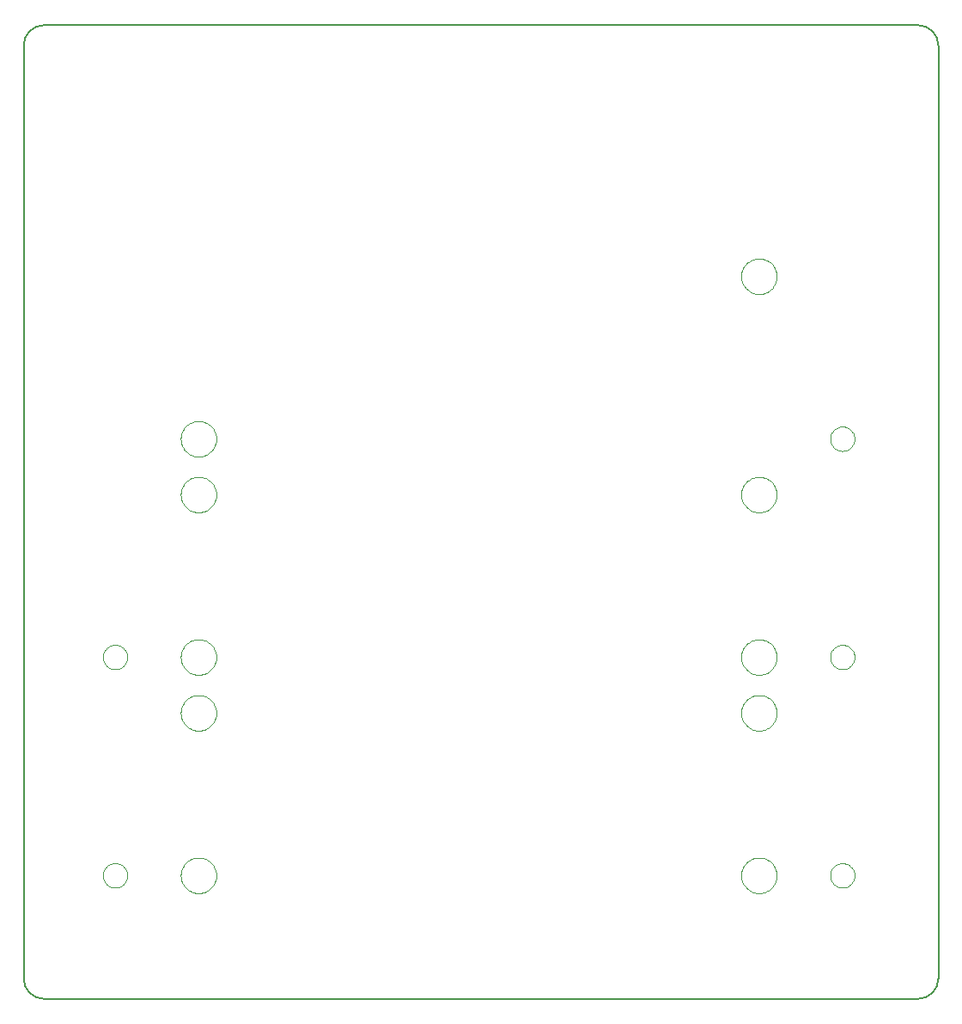
<source format=gbr>
%TF.GenerationSoftware,KiCad,Pcbnew,(6.0.2)*%
%TF.CreationDate,2022-05-05T15:15:48-07:00*%
%TF.ProjectId,Bat_Board_v3.104,4261745f-426f-4617-9264-5f76332e3130,rev?*%
%TF.SameCoordinates,Original*%
%TF.FileFunction,Profile,NP*%
%FSLAX46Y46*%
G04 Gerber Fmt 4.6, Leading zero omitted, Abs format (unit mm)*
G04 Created by KiCad (PCBNEW (6.0.2)) date 2022-05-05 15:15:48*
%MOMM*%
%LPD*%
G01*
G04 APERTURE LIST*
%TA.AperFunction,Profile*%
%ADD10C,0.050000*%
%TD*%
%TA.AperFunction,Profile*%
%ADD11C,0.150000*%
%TD*%
G04 APERTURE END LIST*
D10*
X114218000Y-119112600D02*
X114293600Y-119026500D01*
X113866300Y-136623000D02*
X113844000Y-136510600D01*
X169074000Y-77395000D02*
X169066500Y-77280700D01*
X169393300Y-99743300D02*
X169329600Y-99648000D01*
X115063200Y-113049900D02*
X115173900Y-113020200D01*
X113896000Y-115233700D02*
X113866300Y-115123000D01*
X114954700Y-113086700D02*
X115063200Y-113049900D01*
X172170000Y-78334200D02*
X172094400Y-78420300D01*
X172170000Y-121334200D02*
X172094400Y-121420300D01*
X172013400Y-113447500D02*
X172094400Y-113528500D01*
X108098100Y-113782300D02*
X108169800Y-113843500D01*
X178446600Y-115773200D02*
X178366200Y-115723900D01*
X169393300Y-113705500D02*
X169463000Y-113614600D01*
X114027300Y-135400000D02*
X114084600Y-135300800D01*
X117166400Y-119500800D02*
X117210200Y-119606600D01*
X116496100Y-100210300D02*
X116396900Y-100267600D01*
X116079800Y-116400900D02*
X115969100Y-116430600D01*
X106539400Y-113843500D02*
X106611100Y-113782300D01*
X180081200Y-135638600D02*
X180124000Y-135722600D01*
X180081200Y-114138600D02*
X180124000Y-114222600D01*
X117247000Y-136733700D02*
X117210200Y-136842200D01*
X172094400Y-97526500D02*
X172170000Y-97612600D01*
X117299100Y-135940200D02*
X117314000Y-136053800D01*
X117276700Y-93623000D02*
X117247000Y-93733700D01*
X107213400Y-137418000D02*
X107120300Y-137403300D01*
X169141000Y-77731700D02*
X169111300Y-77621000D01*
X117321500Y-98780700D02*
X117314000Y-98895000D01*
X114646900Y-113238500D02*
X114746100Y-113181200D01*
X169796600Y-134802200D02*
X169891900Y-134738500D01*
X179976500Y-135481900D02*
X180031900Y-135558200D01*
X114293600Y-99920300D02*
X114218000Y-99834200D01*
X115856700Y-94952900D02*
X115743100Y-94967900D01*
X169111300Y-98325800D02*
X169141000Y-98215100D01*
X116994700Y-121243300D02*
X116925000Y-121334200D01*
X170644900Y-100465900D02*
X170531300Y-100450900D01*
X179267700Y-115903300D02*
X179174600Y-115918000D01*
X179700600Y-94223900D02*
X179620200Y-94273200D01*
X116849400Y-94422300D02*
X116768400Y-94503300D01*
X113896000Y-120731700D02*
X113866300Y-120621000D01*
X116994700Y-97703500D02*
X117058400Y-97798800D01*
X114954700Y-116364100D02*
X114848900Y-116320300D01*
X114084600Y-137150000D02*
X114027300Y-137050800D01*
X116994700Y-119203500D02*
X117058400Y-119298800D01*
X180211300Y-136459700D02*
X180189200Y-136551400D01*
X179976500Y-136968900D02*
X179915300Y-137040600D01*
X172544100Y-136510600D02*
X172521700Y-136623000D01*
X116768400Y-118945500D02*
X116849400Y-119026500D01*
X180031900Y-92558200D02*
X180081200Y-92638600D01*
X171433300Y-121862100D02*
X171324800Y-121898900D01*
X172411400Y-98000800D02*
X172455200Y-98106600D01*
X107307500Y-137425400D02*
X107213400Y-137418000D01*
X117314000Y-136397000D02*
X117299100Y-136510600D01*
X114646900Y-100210300D02*
X114551600Y-100146600D01*
X115399900Y-96980900D02*
X115514200Y-96973400D01*
X106687400Y-115723900D02*
X106611100Y-115668500D01*
X116188300Y-116364100D02*
X116079800Y-116400900D01*
X178034900Y-115392600D02*
X177985600Y-115312200D01*
X106176700Y-136459700D02*
X106162000Y-136366500D01*
X169991100Y-137769600D02*
X169891900Y-137712300D01*
X171101700Y-112997900D02*
X171214100Y-113020200D01*
X170988100Y-96980900D02*
X171101700Y-96995800D01*
X169538600Y-115922300D02*
X169463000Y-115836200D01*
X170093900Y-137820300D02*
X169991100Y-137769600D01*
X178707400Y-135069600D02*
X178799100Y-135047600D01*
X169796600Y-75800200D02*
X169891900Y-75736500D01*
X171927300Y-121576900D02*
X171836400Y-121646600D01*
X117115700Y-99548800D02*
X117058400Y-99648000D01*
X115286300Y-91497800D02*
X115399900Y-91482900D01*
X180211300Y-114491100D02*
X180226000Y-114584200D01*
X169463000Y-113614600D02*
X169538600Y-113528500D01*
X117321500Y-120280700D02*
X117314000Y-120395000D01*
X178530600Y-135134800D02*
X178617700Y-135098700D01*
X172411400Y-119500800D02*
X172455200Y-119606600D01*
X116294100Y-118628500D02*
X116396900Y-118679200D01*
X117321500Y-136168100D02*
X117321500Y-136282700D01*
X169705700Y-97369900D02*
X169796600Y-97300200D01*
X117314000Y-114553800D02*
X117321500Y-114668100D01*
X115286300Y-137953000D02*
X115173900Y-137930600D01*
X116294100Y-100318300D02*
X116188300Y-100362100D01*
X169111300Y-76825800D02*
X169141000Y-76715100D01*
X116925000Y-119112600D02*
X116994700Y-119203500D01*
X116768400Y-91947500D02*
X116849400Y-92028500D01*
X178034900Y-92558200D02*
X178090300Y-92481900D01*
X172360700Y-97898000D02*
X172411400Y-98000800D01*
X180233400Y-114678300D02*
X180233400Y-114772500D01*
X169111300Y-119825800D02*
X169141000Y-119715100D01*
X178617700Y-137352100D02*
X178530600Y-137316000D01*
X170418900Y-97018200D02*
X170531300Y-96995800D01*
X113932800Y-120840200D02*
X113896000Y-120731700D01*
X116294100Y-97128500D02*
X116396900Y-97179200D01*
X116188300Y-91586700D02*
X116294100Y-91630500D01*
X107941400Y-135177600D02*
X108021800Y-135226900D01*
X114374600Y-118945500D02*
X114460700Y-118869900D01*
X179620200Y-94273200D02*
X179536200Y-94316000D01*
X116496100Y-113238500D02*
X116591400Y-113302200D01*
X172559000Y-120051800D02*
X172566500Y-120166100D01*
X116768400Y-97445500D02*
X116849400Y-97526500D01*
X169891900Y-75736500D02*
X169991100Y-75679200D01*
X115286300Y-134497900D02*
X115399900Y-134482900D01*
X172013400Y-118945500D02*
X172094400Y-119026500D01*
X169393300Y-76203500D02*
X169463000Y-76112600D01*
X115399900Y-100465900D02*
X115286300Y-100450900D01*
X115286300Y-100450900D02*
X115173900Y-100428600D01*
X108402400Y-115312200D02*
X108353100Y-115392600D01*
X107401700Y-115925400D02*
X107307500Y-115925400D01*
X170418900Y-121928600D02*
X170308200Y-121898900D01*
X171101700Y-134497900D02*
X171214100Y-134520200D01*
X169221600Y-114002800D02*
X169272300Y-113900000D01*
X180211300Y-114959700D02*
X180189200Y-115051400D01*
X172566500Y-114782700D02*
X172559000Y-114897000D01*
X172544100Y-114440200D02*
X172559000Y-114553800D01*
X116591400Y-91802200D02*
X116682300Y-91871900D01*
X114293600Y-113528500D02*
X114374600Y-113447500D01*
X178707400Y-113569600D02*
X178799100Y-113547500D01*
X180226000Y-136084200D02*
X180233400Y-136178300D01*
X117166400Y-120946000D02*
X117115700Y-121048800D01*
X117299100Y-120508600D02*
X117276700Y-120621000D01*
X114027300Y-115550800D02*
X113976600Y-115448000D01*
X172239700Y-137245300D02*
X172170000Y-137336200D01*
X171641900Y-121767600D02*
X171539100Y-121818300D01*
X116682300Y-91871900D02*
X116768400Y-91947500D01*
X177985600Y-136812200D02*
X177942800Y-136728200D01*
X180233400Y-93178300D02*
X180233400Y-93272500D01*
X115856700Y-118495800D02*
X115969100Y-118518200D01*
X114374600Y-121501300D02*
X114293600Y-121420300D01*
X177833400Y-114772500D02*
X177833400Y-114678300D01*
X178707400Y-115881200D02*
X178617700Y-115852100D01*
X108402400Y-135638600D02*
X108445200Y-135722600D01*
X179776900Y-135282300D02*
X179848600Y-135343500D01*
X107495800Y-115918000D02*
X107401700Y-115925400D01*
X116768400Y-121501300D02*
X116682300Y-121576900D01*
X108547200Y-136366500D02*
X108532400Y-136459700D01*
X116396900Y-100267600D02*
X116294100Y-100318300D01*
X108098100Y-115668500D02*
X108021800Y-115723900D01*
X178617700Y-94352100D02*
X178530600Y-94316000D01*
X172455200Y-119606600D02*
X172492000Y-119715100D01*
X178034900Y-114058200D02*
X178090300Y-113981900D01*
X117314000Y-136053800D02*
X117321500Y-136168100D01*
X169619600Y-137503400D02*
X169538600Y-137422300D01*
X170988100Y-121965900D02*
X170873800Y-121973400D01*
X172559000Y-136397000D02*
X172544100Y-136510600D01*
X169619600Y-97445500D02*
X169705700Y-97369900D01*
X171214100Y-78928600D02*
X171101700Y-78950900D01*
X117314000Y-93397000D02*
X117299100Y-93510600D01*
X172094400Y-76026500D02*
X172170000Y-76112600D01*
X106851800Y-113634800D02*
X106938900Y-113598700D01*
X179848600Y-94107300D02*
X179776900Y-94168500D01*
X172492000Y-136733700D02*
X172455200Y-136842200D01*
X170308200Y-97047900D02*
X170418900Y-97018200D01*
X178799100Y-113547500D02*
X178892200Y-113532800D01*
X116188300Y-137864100D02*
X116079800Y-137900900D01*
X116396900Y-121767600D02*
X116294100Y-121818300D01*
X115063200Y-134549900D02*
X115173900Y-134520200D01*
X169111300Y-114327800D02*
X169141000Y-114217100D01*
X114848900Y-97128500D02*
X114954700Y-97084700D01*
X172360700Y-137050800D02*
X172303400Y-137150000D01*
X169111300Y-77621000D02*
X169089000Y-77508600D01*
X115856700Y-137953000D02*
X115743100Y-137967900D01*
X169221600Y-136948000D02*
X169177800Y-136842200D01*
X114084600Y-99648000D02*
X114027300Y-99548800D01*
X117321500Y-114668100D02*
X117321500Y-114782700D01*
X116849400Y-99920300D02*
X116768400Y-100001300D01*
X113866300Y-119825800D02*
X113896000Y-119715100D01*
X172239700Y-115745300D02*
X172170000Y-115836200D01*
X108554600Y-114772500D02*
X108547200Y-114866600D01*
X108236500Y-135410200D02*
X108297700Y-135481900D01*
X114218000Y-135114600D02*
X114293600Y-135028500D01*
X113976600Y-119500800D02*
X114027300Y-119398000D01*
X113896000Y-92717100D02*
X113932800Y-92608600D01*
X170199700Y-118584700D02*
X170308200Y-118547900D01*
X116925000Y-94336200D02*
X116849400Y-94422300D01*
X179620200Y-137273200D02*
X179536200Y-137316000D01*
X116682300Y-134871900D02*
X116768400Y-134947400D01*
X180226000Y-114584200D02*
X180233400Y-114678300D01*
X171433300Y-97084700D02*
X171539100Y-97128500D01*
X179174600Y-92032800D02*
X179267700Y-92047500D01*
X114084600Y-115650000D02*
X114027300Y-115550800D01*
X178986300Y-94425400D02*
X178892200Y-94418000D01*
X108098100Y-137168500D02*
X108021800Y-137223900D01*
X170644900Y-78965900D02*
X170531300Y-78950900D01*
X117210200Y-99340200D02*
X117166400Y-99446000D01*
X177855600Y-135991100D02*
X177877600Y-135899400D01*
X117166400Y-92502800D02*
X117210200Y-92608600D01*
X171741100Y-100210300D02*
X171641900Y-100267600D01*
X114551600Y-118800200D02*
X114646900Y-118736500D01*
X113821500Y-98780700D02*
X113821500Y-98666100D01*
X107857400Y-113634800D02*
X107941400Y-113677600D01*
X171101700Y-116452900D02*
X170988100Y-116467900D01*
X178892200Y-113532800D02*
X178986300Y-113525400D01*
X115173900Y-113020200D02*
X115286300Y-112997900D01*
X117210200Y-115342200D02*
X117166400Y-115448000D01*
X169538600Y-135028500D02*
X169619600Y-134947400D01*
X172455200Y-99340200D02*
X172411400Y-99446000D01*
D11*
X188506100Y-54489100D02*
X188506100Y-146374100D01*
D10*
X172411400Y-77946000D02*
X172360700Y-78048800D01*
X106356100Y-136892600D02*
X106306800Y-136812200D01*
X106938900Y-137352100D02*
X106851800Y-137316000D01*
X172094400Y-115922300D02*
X172013400Y-116003300D01*
X169796600Y-121646600D02*
X169705700Y-121576900D01*
X172094400Y-99920300D02*
X172013400Y-100001300D01*
X113896000Y-136733700D02*
X113866300Y-136623000D01*
X180124000Y-114222600D02*
X180160100Y-114309700D01*
X169463000Y-115836200D02*
X169393300Y-115745300D01*
X180031900Y-93892600D02*
X179976500Y-93968900D01*
X169111300Y-136623000D02*
X169089000Y-136510600D01*
X171214100Y-134520200D02*
X171324800Y-134549900D01*
X117115700Y-94050800D02*
X117058400Y-94150000D01*
X114374600Y-134947400D02*
X114460700Y-134871900D01*
X106227900Y-114309700D02*
X106264000Y-114222600D01*
X115856700Y-91497800D02*
X115969100Y-91520200D01*
X169796600Y-137648600D02*
X169705700Y-137578900D01*
X114293600Y-94422300D02*
X114218000Y-94336200D01*
X115969100Y-121928600D02*
X115856700Y-121950900D01*
X116591400Y-134802200D02*
X116682300Y-134871900D01*
X169066500Y-98666100D02*
X169074000Y-98551800D01*
X172559000Y-98551800D02*
X172566500Y-98666100D01*
X115399900Y-116467900D02*
X115286300Y-116452900D01*
X113844000Y-93510600D02*
X113829000Y-93397000D01*
X172094400Y-137422300D02*
X172013400Y-137503400D01*
X107680600Y-115881200D02*
X107588900Y-115903300D01*
X114746100Y-118679200D02*
X114848900Y-118628500D01*
D11*
X100336100Y-52489100D02*
G75*
G03*
X98336100Y-54489100I-1J-1999999D01*
G01*
D10*
X179536200Y-113634800D02*
X179620200Y-113677600D01*
X169221600Y-135502800D02*
X169272300Y-135400000D01*
X170988100Y-134482900D02*
X171101700Y-134497900D01*
X169089000Y-76938200D02*
X169111300Y-76825800D01*
X177985600Y-135638600D02*
X178034900Y-135558200D01*
X114848900Y-100318300D02*
X114746100Y-100267600D01*
X114084600Y-94150000D02*
X114027300Y-94050800D01*
X170531300Y-100450900D02*
X170418900Y-100428600D01*
X169221600Y-77946000D02*
X169177800Y-77840200D01*
X114084600Y-113800800D02*
X114148300Y-113705500D01*
X178446600Y-94273200D02*
X178366200Y-94223900D01*
X170093900Y-134630500D02*
X170199700Y-134586700D01*
X115286300Y-121950900D02*
X115173900Y-121928600D01*
X178799100Y-135047600D02*
X178892200Y-135032800D01*
X179848600Y-92343500D02*
X179915300Y-92410200D01*
X106198800Y-115051400D02*
X106176700Y-114959700D01*
X178218200Y-135343500D02*
X178289900Y-135282300D01*
X117166400Y-136948000D02*
X117115700Y-137050800D01*
X116079800Y-94900900D02*
X115969100Y-94930600D01*
X117247000Y-120731700D02*
X117210200Y-120840200D01*
X115856700Y-100450900D02*
X115743100Y-100465900D01*
X115514200Y-118473400D02*
X115628800Y-118473400D01*
X170308200Y-75547900D02*
X170418900Y-75518200D01*
X116396900Y-97179200D02*
X116496100Y-97236500D01*
X114954700Y-94864100D02*
X114848900Y-94820300D01*
X115628800Y-96973400D02*
X115743100Y-96980900D01*
X116849400Y-137422300D02*
X116768400Y-137503400D01*
X180233400Y-136178300D02*
X180233400Y-136272600D01*
X172170000Y-99834200D02*
X172094400Y-99920300D01*
X114374600Y-137503400D02*
X114293600Y-137422300D01*
X172492000Y-77731700D02*
X172455200Y-77840200D01*
X178151500Y-113910200D02*
X178218200Y-113843500D01*
X169272300Y-99548800D02*
X169221600Y-99446000D01*
X170759200Y-116475400D02*
X170644900Y-116467900D01*
X113844000Y-92940200D02*
X113866300Y-92827800D01*
X170644900Y-118480900D02*
X170759200Y-118473400D01*
X179700600Y-135226900D02*
X179776900Y-135282300D01*
X170873800Y-78973400D02*
X170759200Y-78973400D01*
X170308200Y-134549900D02*
X170418900Y-134520200D01*
X117321500Y-120166100D02*
X117321500Y-120280700D01*
X117058400Y-119298800D02*
X117115700Y-119398000D01*
X108353100Y-135558200D02*
X108402400Y-135638600D01*
X113896000Y-135717100D02*
X113932800Y-135608600D01*
X117210200Y-92608600D02*
X117247000Y-92717100D01*
X116079800Y-118547900D02*
X116188300Y-118584700D01*
X108297700Y-113981900D02*
X108353100Y-114058200D01*
X178530600Y-92134800D02*
X178617700Y-92098700D01*
X179536200Y-135134800D02*
X179620200Y-135177600D01*
X172559000Y-77051800D02*
X172566500Y-77166100D01*
X170418900Y-118518200D02*
X170531300Y-118495800D01*
X170531300Y-96995800D02*
X170644900Y-96980900D01*
X169066500Y-114782700D02*
X169066500Y-114668100D01*
X115969100Y-118518200D02*
X116079800Y-118547900D01*
X106938900Y-135098700D02*
X107028600Y-135069600D01*
X114746100Y-137769600D02*
X114646900Y-137712300D01*
X172013400Y-116003300D02*
X171927300Y-116078900D01*
X114460700Y-97369900D02*
X114551600Y-97300200D01*
X170644900Y-121965900D02*
X170531300Y-121950900D01*
X177877600Y-93551400D02*
X177855600Y-93459700D01*
X106539400Y-137107300D02*
X106472700Y-137040600D01*
X113976600Y-92502800D02*
X114027300Y-92400000D01*
X169538600Y-137422300D02*
X169463000Y-137336200D01*
X114218000Y-97612600D02*
X114293600Y-97526500D01*
X179848600Y-137107300D02*
X179776900Y-137168500D01*
X170199700Y-116364100D02*
X170093900Y-116320300D01*
X115856700Y-116452900D02*
X115743100Y-116467900D01*
X116079800Y-121898900D02*
X115969100Y-121928600D01*
X116682300Y-116078900D02*
X116591400Y-116148600D01*
X106162000Y-114866600D02*
X106154600Y-114772500D01*
X178218200Y-137107300D02*
X178151500Y-137040600D01*
X117314000Y-98895000D02*
X117299100Y-99008600D01*
X169538600Y-76026500D02*
X169619600Y-75945500D01*
X115514200Y-121973400D02*
X115399900Y-121965900D01*
X107213400Y-135032800D02*
X107307500Y-135025400D01*
X169619600Y-116003300D02*
X169538600Y-115922300D01*
X179976500Y-92481900D02*
X180031900Y-92558200D01*
X107120300Y-135047600D02*
X107213400Y-135032800D01*
X180233400Y-114772500D02*
X180226000Y-114866600D01*
X116496100Y-116212300D02*
X116396900Y-116269600D01*
X179848600Y-113843500D02*
X179915300Y-113910200D01*
X169538600Y-99920300D02*
X169463000Y-99834200D01*
X178446600Y-135177600D02*
X178530600Y-135134800D01*
X169393300Y-115745300D02*
X169329600Y-115650000D01*
X107401700Y-135025400D02*
X107495800Y-135032800D01*
X113844000Y-115010600D02*
X113829000Y-114897000D01*
X113866300Y-93623000D02*
X113844000Y-93510600D01*
X108169800Y-115607300D02*
X108098100Y-115668500D01*
X113976600Y-115448000D02*
X113932800Y-115342200D01*
X114027300Y-119398000D02*
X114084600Y-119298800D01*
X115173900Y-91520200D02*
X115286300Y-91497800D01*
X179359400Y-137381200D02*
X179267700Y-137403300D01*
X117299100Y-92940200D02*
X117314000Y-93053800D01*
X114293600Y-135028500D02*
X114374600Y-134947400D01*
X115743100Y-137967900D02*
X115628800Y-137975400D01*
X171836400Y-137648600D02*
X171741100Y-137712300D01*
X169891900Y-78710300D02*
X169796600Y-78646600D01*
X169991100Y-118679200D02*
X170093900Y-118628500D01*
X170873800Y-137975400D02*
X170759200Y-137975400D01*
X108402400Y-114138600D02*
X108445200Y-114222600D01*
X169272300Y-135400000D02*
X169329600Y-135300800D01*
X178218200Y-94107300D02*
X178151500Y-94040600D01*
X116496100Y-91738500D02*
X116591400Y-91802200D01*
X171539100Y-116320300D02*
X171433300Y-116364100D01*
X117299100Y-136510600D02*
X117276700Y-136623000D01*
X107213400Y-113532800D02*
X107307500Y-113525400D01*
X116849400Y-92028500D02*
X116925000Y-92114600D01*
X170873800Y-121973400D02*
X170759200Y-121973400D01*
X169272300Y-76398000D02*
X169329600Y-76298800D01*
X116849400Y-97526500D02*
X116925000Y-97612600D01*
X171433300Y-116364100D02*
X171324800Y-116400900D01*
X106767800Y-135177600D02*
X106851800Y-135134800D01*
X114460700Y-134871900D02*
X114551600Y-134802200D01*
X178446600Y-92177600D02*
X178530600Y-92134800D01*
X106306800Y-115312200D02*
X106264000Y-115228200D01*
X114027300Y-97898000D02*
X114084600Y-97798800D01*
X114646900Y-118736500D02*
X114746100Y-118679200D01*
X116994700Y-113705500D02*
X117058400Y-113800800D01*
X169141000Y-120731700D02*
X169111300Y-120621000D01*
X172544100Y-77508600D02*
X172521700Y-77621000D01*
X108481300Y-136641100D02*
X108445200Y-136728200D01*
X178151500Y-135410200D02*
X178218200Y-135343500D01*
X115514200Y-134475400D02*
X115628800Y-134475400D01*
X171927300Y-137578900D02*
X171836400Y-137648600D01*
X169111300Y-135827800D02*
X169141000Y-135717100D01*
X116994700Y-135205500D02*
X117058400Y-135300800D01*
X172303400Y-99648000D02*
X172239700Y-99743300D01*
X172303400Y-97798800D02*
X172360700Y-97898000D01*
X114551600Y-113302200D02*
X114646900Y-113238500D01*
X108353100Y-114058200D02*
X108402400Y-114138600D01*
X177942800Y-92722600D02*
X177985600Y-92638600D01*
X179449100Y-137352100D02*
X179359400Y-137381200D01*
X116849400Y-119026500D02*
X116925000Y-119112600D01*
X117247000Y-99231700D02*
X117210200Y-99340200D01*
X116079800Y-137900900D02*
X115969100Y-137930600D01*
X108532400Y-114491100D02*
X108547200Y-114584200D01*
X172559000Y-77395000D02*
X172544100Y-77508600D01*
X113976600Y-98000800D02*
X114027300Y-97898000D01*
X115514200Y-100473400D02*
X115399900Y-100465900D01*
X116496100Y-118736500D02*
X116591400Y-118800200D01*
X179449100Y-94352100D02*
X179359400Y-94381200D01*
X113821500Y-98666100D02*
X113829000Y-98551800D01*
X117166400Y-93948000D02*
X117115700Y-94050800D01*
X171641900Y-113181200D02*
X171741100Y-113238500D01*
X169272300Y-78048800D02*
X169221600Y-77946000D01*
X108510400Y-135899400D02*
X108532400Y-135991100D01*
X169619600Y-118945500D02*
X169705700Y-118869900D01*
X114848900Y-134630500D02*
X114954700Y-134586700D01*
X115743100Y-118480900D02*
X115856700Y-118495800D01*
X179976500Y-93968900D02*
X179915300Y-94040600D01*
X179848600Y-135343500D02*
X179915300Y-135410200D01*
X170644900Y-134482900D02*
X170759200Y-134475400D01*
X169074000Y-136053800D02*
X169089000Y-135940200D01*
X170093900Y-121818300D02*
X169991100Y-121767600D01*
X108021800Y-113726900D02*
X108098100Y-113782300D01*
X116079800Y-97047900D02*
X116188300Y-97084700D01*
X180226000Y-136366500D02*
X180211300Y-136459700D01*
X116079800Y-113049900D02*
X116188300Y-113086700D01*
X115743100Y-134482900D02*
X115856700Y-134497900D01*
X116294100Y-113130500D02*
X116396900Y-113181200D01*
X169272300Y-119398000D02*
X169329600Y-119298800D01*
X172094400Y-119026500D02*
X172170000Y-119112600D01*
X172566500Y-120280700D02*
X172559000Y-120395000D01*
X108297700Y-136968900D02*
X108236500Y-137040600D01*
X114027300Y-94050800D02*
X113976600Y-93948000D01*
X170308200Y-137900900D02*
X170199700Y-137864100D01*
X115173900Y-121928600D02*
X115063200Y-121898900D01*
X114084600Y-119298800D02*
X114148300Y-119203500D01*
X117115700Y-119398000D02*
X117166400Y-119500800D01*
X179174600Y-115918000D02*
X179080500Y-115925400D01*
X114027300Y-137050800D02*
X113976600Y-136948000D01*
X170759200Y-137975400D02*
X170644900Y-137967900D01*
X114460700Y-94578900D02*
X114374600Y-94503300D01*
X117210200Y-98106600D02*
X117247000Y-98215100D01*
X171214100Y-97018200D02*
X171324800Y-97047900D01*
X114374600Y-94503300D02*
X114293600Y-94422300D01*
X117321500Y-114782700D02*
X117314000Y-114897000D01*
X114746100Y-94769600D02*
X114646900Y-94712300D01*
X115399900Y-112982900D02*
X115514200Y-112975400D01*
X172544100Y-135940200D02*
X172559000Y-136053800D01*
X179620200Y-92177600D02*
X179700600Y-92226900D01*
X117058400Y-137150000D02*
X116994700Y-137245300D01*
X113976600Y-93948000D02*
X113932800Y-93842200D01*
X170759200Y-134475400D02*
X170873800Y-134475400D01*
X113896000Y-119715100D02*
X113932800Y-119606600D01*
X172013400Y-134947400D02*
X172094400Y-135028500D01*
X106411500Y-136968900D02*
X106356100Y-136892600D01*
X177855600Y-93459700D02*
X177840800Y-93366600D01*
X115969100Y-113020200D02*
X116079800Y-113049900D01*
X117299100Y-114440200D02*
X117314000Y-114553800D01*
X171324800Y-78898900D02*
X171214100Y-78928600D01*
X170759200Y-100473400D02*
X170644900Y-100465900D01*
X172360700Y-121048800D02*
X172303400Y-121148000D01*
X115628800Y-121973400D02*
X115514200Y-121973400D01*
X177906700Y-93641100D02*
X177877600Y-93551400D01*
X114148300Y-115745300D02*
X114084600Y-115650000D01*
X178530600Y-115816000D02*
X178446600Y-115773200D01*
X170418900Y-100428600D02*
X170308200Y-100398900D01*
X169463000Y-119112600D02*
X169538600Y-119026500D01*
X179359400Y-115881200D02*
X179267700Y-115903300D01*
X106411500Y-113981900D02*
X106472700Y-113910200D01*
X172521700Y-76825800D02*
X172544100Y-76938200D01*
X170759200Y-118473400D02*
X170873800Y-118473400D01*
X172013400Y-100001300D02*
X171927300Y-100076900D01*
X178090300Y-113981900D02*
X178151500Y-113910200D01*
X113829000Y-120051800D02*
X113844000Y-119938200D01*
X117321500Y-93168100D02*
X117321500Y-93282700D01*
X170093900Y-113130500D02*
X170199700Y-113086700D01*
X171741100Y-75736500D02*
X171836400Y-75800200D01*
X108169800Y-113843500D02*
X108236500Y-113910200D01*
X178707400Y-94381200D02*
X178617700Y-94352100D01*
X170988100Y-118480900D02*
X171101700Y-118495800D01*
X171641900Y-100267600D02*
X171539100Y-100318300D01*
X172360700Y-135400000D02*
X172411400Y-135502800D01*
X114218000Y-137336200D02*
X114148300Y-137245300D01*
X113844000Y-119938200D02*
X113866300Y-119825800D01*
X169141000Y-119715100D02*
X169177800Y-119606600D01*
X117276700Y-120621000D02*
X117247000Y-120731700D01*
X116682300Y-118869900D02*
X116768400Y-118945500D01*
X169538600Y-78420300D02*
X169463000Y-78334200D01*
X180160100Y-92809700D02*
X180189200Y-92899400D01*
X180160100Y-135809700D02*
X180189200Y-135899400D01*
X115514200Y-94975400D02*
X115399900Y-94967900D01*
X179359400Y-113569600D02*
X179449100Y-113598700D01*
X172411400Y-136948000D02*
X172360700Y-137050800D01*
X108481300Y-135809700D02*
X108510400Y-135899400D01*
X113866300Y-92827800D02*
X113896000Y-92717100D01*
X169329600Y-137150000D02*
X169272300Y-137050800D01*
X113896000Y-93733700D02*
X113866300Y-93623000D01*
X114646900Y-121710300D02*
X114551600Y-121646600D01*
X172566500Y-114668100D02*
X172566500Y-114782700D01*
X171927300Y-100076900D02*
X171836400Y-100146600D01*
X171741100Y-78710300D02*
X171641900Y-78767600D01*
X171324800Y-100398900D02*
X171214100Y-100428600D01*
X172559000Y-114553800D02*
X172566500Y-114668100D01*
X171101700Y-100450900D02*
X170988100Y-100465900D01*
X114084600Y-121148000D02*
X114027300Y-121048800D01*
X114218000Y-92114600D02*
X114293600Y-92028500D01*
X171433300Y-75584700D02*
X171539100Y-75628500D01*
X180211300Y-92991100D02*
X180226000Y-93084200D01*
X172455200Y-120840200D02*
X172411400Y-120946000D01*
X178289900Y-137168500D02*
X178218200Y-137107300D01*
X171324800Y-137900900D02*
X171214100Y-137930600D01*
X178366200Y-113726900D02*
X178446600Y-113677600D01*
X179267700Y-92047500D02*
X179359400Y-92069600D01*
X108021800Y-135226900D02*
X108098100Y-135282300D01*
X114746100Y-91681200D02*
X114848900Y-91630500D01*
X179449100Y-113598700D02*
X179536200Y-113634800D01*
X169177800Y-120840200D02*
X169141000Y-120731700D01*
X178289900Y-135282300D02*
X178366200Y-135226900D01*
X169066500Y-77280700D02*
X169066500Y-77166100D01*
X169221600Y-115448000D02*
X169177800Y-115342200D01*
X178034900Y-93892600D02*
X177985600Y-93812200D01*
X116396900Y-118679200D02*
X116496100Y-118736500D01*
X169393300Y-137245300D02*
X169329600Y-137150000D01*
X171741100Y-116212300D02*
X171641900Y-116269600D01*
X108445200Y-136728200D02*
X108402400Y-136812200D01*
X172559000Y-98895000D02*
X172544100Y-99008600D01*
X116591400Y-97300200D02*
X116682300Y-97369900D01*
X171641900Y-116269600D02*
X171539100Y-116320300D01*
X115063200Y-100398900D02*
X114954700Y-100362100D01*
X169705700Y-137578900D02*
X169619600Y-137503400D01*
X116188300Y-100362100D02*
X116079800Y-100398900D01*
X171539100Y-118628500D02*
X171641900Y-118679200D01*
X169538600Y-97526500D02*
X169619600Y-97445500D01*
X172492000Y-115233700D02*
X172455200Y-115342200D01*
X169111300Y-99121000D02*
X169089000Y-99008600D01*
X171641900Y-78767600D02*
X171539100Y-78818300D01*
X178986300Y-115925400D02*
X178892200Y-115918000D01*
X115514200Y-112975400D02*
X115628800Y-112975400D01*
X170644900Y-137967900D02*
X170531300Y-137953000D01*
X172411400Y-115448000D02*
X172360700Y-115550800D01*
X113866300Y-135827800D02*
X113896000Y-135717100D01*
X113821500Y-114668100D02*
X113829000Y-114553800D01*
X170093900Y-75628500D02*
X170199700Y-75584700D01*
X170873800Y-75473400D02*
X170988100Y-75480900D01*
X180124000Y-136728200D02*
X180081200Y-136812200D01*
X117276700Y-92827800D02*
X117299100Y-92940200D01*
X169329600Y-121148000D02*
X169272300Y-121048800D01*
X115743100Y-91482900D02*
X115856700Y-91497800D01*
X115063200Y-118547900D02*
X115173900Y-118518200D01*
X171433300Y-134586700D02*
X171539100Y-134630500D01*
X172013400Y-75945500D02*
X172094400Y-76026500D01*
X172170000Y-113614600D02*
X172239700Y-113705500D01*
X169538600Y-113528500D02*
X169619600Y-113447500D01*
X115856700Y-121950900D02*
X115743100Y-121965900D01*
X172521700Y-115123000D02*
X172492000Y-115233700D01*
X117247000Y-135717100D02*
X117276700Y-135827800D01*
X169463000Y-78334200D02*
X169393300Y-78243300D01*
X107028600Y-115881200D02*
X106938900Y-115852100D01*
X113829000Y-136053800D02*
X113844000Y-135940200D01*
X114848900Y-137820300D02*
X114746100Y-137769600D01*
X179536200Y-137316000D02*
X179449100Y-137352100D01*
X106154600Y-136272600D02*
X106154600Y-136178300D01*
X114646900Y-134738500D02*
X114746100Y-134681200D01*
X169329600Y-76298800D02*
X169393300Y-76203500D01*
X178986300Y-137425400D02*
X178892200Y-137418000D01*
X106356100Y-115392600D02*
X106306800Y-115312200D01*
X172360700Y-99548800D02*
X172303400Y-99648000D01*
X177877600Y-115051400D02*
X177855600Y-114959700D01*
X114460700Y-137578900D02*
X114374600Y-137503400D01*
X169796600Y-118800200D02*
X169891900Y-118736500D01*
X169141000Y-76715100D02*
X169177800Y-76606600D01*
X116591400Y-137648600D02*
X116496100Y-137712300D01*
X169705700Y-78576900D02*
X169619600Y-78501300D01*
X117299100Y-119938200D02*
X117314000Y-120051800D01*
X107401700Y-137425400D02*
X107307500Y-137425400D01*
X179915300Y-113910200D02*
X179976500Y-113981900D01*
X180160100Y-136641100D02*
X180124000Y-136728200D01*
X178446600Y-137273200D02*
X178366200Y-137223900D01*
X170759200Y-121973400D02*
X170644900Y-121965900D01*
X180031900Y-115392600D02*
X179976500Y-115468900D01*
X171214100Y-75518200D02*
X171324800Y-75547900D01*
X113844000Y-114440200D02*
X113866300Y-114327800D01*
X106264000Y-115228200D02*
X106227900Y-115141100D01*
X170873800Y-100473400D02*
X170759200Y-100473400D01*
X113866300Y-98325800D02*
X113896000Y-98215100D01*
X172239700Y-121243300D02*
X172170000Y-121334200D01*
X171741100Y-118736500D02*
X171836400Y-118800200D01*
X169074000Y-120395000D02*
X169066500Y-120280700D01*
X116294100Y-94820300D02*
X116188300Y-94864100D01*
X114954700Y-121862100D02*
X114848900Y-121818300D01*
X172303400Y-76298800D02*
X172360700Y-76398000D01*
X171101700Y-96995800D02*
X171214100Y-97018200D01*
X115969100Y-91520200D02*
X116079800Y-91549900D01*
X180226000Y-93366600D02*
X180211300Y-93459700D01*
X114218000Y-99834200D02*
X114148300Y-99743300D01*
X169066500Y-98780700D02*
X169066500Y-98666100D01*
X114148300Y-135205500D02*
X114218000Y-135114600D01*
X178218200Y-113843500D02*
X178289900Y-113782300D01*
X116682300Y-137578900D02*
X116591400Y-137648600D01*
X179620200Y-113677600D02*
X179700600Y-113726900D01*
X171641900Y-118679200D02*
X171741100Y-118736500D01*
X170093900Y-116320300D02*
X169991100Y-116269600D01*
X170418900Y-116430600D02*
X170308200Y-116400900D01*
X170759200Y-112975400D02*
X170873800Y-112975400D01*
X169272300Y-97898000D02*
X169329600Y-97798800D01*
X179776900Y-115668500D02*
X179700600Y-115723900D01*
X171324800Y-134549900D02*
X171433300Y-134586700D01*
X169619600Y-121501300D02*
X169538600Y-121420300D01*
X114551600Y-116148600D02*
X114460700Y-116078900D01*
X172411400Y-99446000D02*
X172360700Y-99548800D01*
X178530600Y-113634800D02*
X178617700Y-113598700D01*
X108169800Y-135343500D02*
X108236500Y-135410200D01*
X114551600Y-91802200D02*
X114646900Y-91738500D01*
X114460700Y-116078900D02*
X114374600Y-116003300D01*
X115173900Y-116430600D02*
X115063200Y-116400900D01*
X178090300Y-135481900D02*
X178151500Y-135410200D01*
X116496100Y-121710300D02*
X116396900Y-121767600D01*
X179536200Y-92134800D02*
X179620200Y-92177600D01*
X171539100Y-97128500D02*
X171641900Y-97179200D01*
X172170000Y-115836200D02*
X172094400Y-115922300D01*
X172360700Y-119398000D02*
X172411400Y-119500800D01*
X171214100Y-137930600D02*
X171101700Y-137953000D01*
X114084600Y-97798800D02*
X114148300Y-97703500D01*
X179620200Y-115773200D02*
X179536200Y-115816000D01*
X113866300Y-115123000D02*
X113844000Y-115010600D01*
X169177800Y-99340200D02*
X169141000Y-99231700D01*
X115628800Y-94975400D02*
X115514200Y-94975400D01*
X171927300Y-118869900D02*
X172013400Y-118945500D01*
X114551600Y-97300200D02*
X114646900Y-97236500D01*
X114848900Y-116320300D02*
X114746100Y-116269600D01*
X106356100Y-114058200D02*
X106411500Y-113981900D01*
X169089000Y-119938200D02*
X169111300Y-119825800D01*
X177855600Y-92991100D02*
X177877600Y-92899400D01*
X169272300Y-113900000D02*
X169329600Y-113800800D01*
X114218000Y-113614600D02*
X114293600Y-113528500D01*
X172566500Y-98780700D02*
X172559000Y-98895000D01*
X106472700Y-115540600D02*
X106411500Y-115468900D01*
X107588900Y-135047600D02*
X107680600Y-135069600D01*
X172239700Y-78243300D02*
X172170000Y-78334200D01*
X116925000Y-97612600D02*
X116994700Y-97703500D01*
X114954700Y-118584700D02*
X115063200Y-118547900D01*
X107680600Y-135069600D02*
X107770300Y-135098700D01*
X179700600Y-92226900D02*
X179776900Y-92282300D01*
X178151500Y-115540600D02*
X178090300Y-115468900D01*
X115399900Y-121965900D02*
X115286300Y-121950900D01*
X116682300Y-100076900D02*
X116591400Y-100146600D01*
X106264000Y-136728200D02*
X106227900Y-136641100D01*
X169074000Y-120051800D02*
X169089000Y-119938200D01*
X114218000Y-121334200D02*
X114148300Y-121243300D01*
X172303400Y-135300800D02*
X172360700Y-135400000D01*
X169891900Y-118736500D02*
X169991100Y-118679200D01*
X116294100Y-91630500D02*
X116396900Y-91681200D01*
X171927300Y-134871900D02*
X172013400Y-134947400D01*
X117276700Y-115123000D02*
X117247000Y-115233700D01*
X170418900Y-137930600D02*
X170308200Y-137900900D01*
X117115700Y-92400000D02*
X117166400Y-92502800D01*
X179449100Y-115852100D02*
X179359400Y-115881200D01*
X171214100Y-116430600D02*
X171101700Y-116452900D01*
X114551600Y-134802200D02*
X114646900Y-134738500D01*
X106611100Y-115668500D02*
X106539400Y-115607300D01*
X107028600Y-135069600D02*
X107120300Y-135047600D01*
X115173900Y-97018200D02*
X115286300Y-96995800D01*
X177840800Y-114866600D02*
X177833400Y-114772500D01*
X172094400Y-113528500D02*
X172170000Y-113614600D01*
X113896000Y-98215100D02*
X113932800Y-98106600D01*
X114218000Y-94336200D02*
X114148300Y-94245300D01*
X169329600Y-119298800D02*
X169393300Y-119203500D01*
X177855600Y-114491100D02*
X177877600Y-114399400D01*
X108236500Y-115540600D02*
X108169800Y-115607300D01*
X169705700Y-121576900D02*
X169619600Y-121501300D01*
X172521700Y-114327800D02*
X172544100Y-114440200D01*
X117166400Y-98000800D02*
X117210200Y-98106600D01*
X169066500Y-77166100D02*
X169074000Y-77051800D01*
X114374600Y-113447500D02*
X114460700Y-113371900D01*
X179174600Y-94418000D02*
X179080500Y-94425400D01*
X106306800Y-114138600D02*
X106356100Y-114058200D01*
X171741100Y-97236500D02*
X171836400Y-97300200D01*
X170531300Y-78950900D02*
X170418900Y-78928600D01*
X177840800Y-136084200D02*
X177855600Y-135991100D01*
X171927300Y-78576900D02*
X171836400Y-78646600D01*
X117314000Y-93053800D02*
X117321500Y-93168100D01*
X117058400Y-97798800D02*
X117115700Y-97898000D01*
X116294100Y-137820300D02*
X116188300Y-137864100D01*
X169141000Y-99231700D02*
X169111300Y-99121000D01*
X180124000Y-135722600D02*
X180160100Y-135809700D01*
X115856700Y-96995800D02*
X115969100Y-97018200D01*
X114293600Y-137422300D02*
X114218000Y-137336200D01*
X108547200Y-114584200D02*
X108554600Y-114678300D01*
X178892200Y-94418000D02*
X178799100Y-94403200D01*
X169329600Y-113800800D02*
X169393300Y-113705500D01*
X170093900Y-97128500D02*
X170199700Y-97084700D01*
X170418900Y-113020200D02*
X170531300Y-112997900D01*
X170644900Y-112982900D02*
X170759200Y-112975400D01*
X169891900Y-116212300D02*
X169796600Y-116148600D01*
X108098100Y-135282300D02*
X108169800Y-135343500D01*
X171324800Y-75547900D02*
X171433300Y-75584700D01*
X179174600Y-113532800D02*
X179267700Y-113547500D01*
X169991100Y-75679200D02*
X170093900Y-75628500D01*
X115173900Y-134520200D02*
X115286300Y-134497900D01*
X172094400Y-78420300D02*
X172013400Y-78501300D01*
X178289900Y-115668500D02*
X178218200Y-115607300D01*
X169796600Y-113302200D02*
X169891900Y-113238500D01*
X116496100Y-137712300D02*
X116396900Y-137769600D01*
X115628800Y-134475400D02*
X115743100Y-134482900D01*
X177877600Y-135899400D02*
X177906700Y-135809700D01*
X170988100Y-78965900D02*
X170873800Y-78973400D01*
X114148300Y-137245300D02*
X114084600Y-137150000D01*
X106687400Y-135226900D02*
X106767800Y-135177600D01*
X178892200Y-137418000D02*
X178799100Y-137403300D01*
X170531300Y-116452900D02*
X170418900Y-116430600D01*
X178707400Y-137381200D02*
X178617700Y-137352100D01*
X169111300Y-115123000D02*
X169089000Y-115010600D01*
X115173900Y-137930600D02*
X115063200Y-137900900D01*
X172303400Y-137150000D02*
X172239700Y-137245300D01*
X172360700Y-78048800D02*
X172303400Y-78148000D01*
X179174600Y-137418000D02*
X179080500Y-137425400D01*
X171324800Y-113049900D02*
X171433300Y-113086700D01*
D11*
X186506100Y-148374100D02*
G75*
G03*
X188506100Y-146374100I1J1999999D01*
G01*
D10*
X177942800Y-136728200D02*
X177906700Y-136641100D01*
X172303400Y-119298800D02*
X172360700Y-119398000D01*
X172492000Y-98215100D02*
X172521700Y-98325800D01*
X172521700Y-99121000D02*
X172492000Y-99231700D01*
X171741100Y-121710300D02*
X171641900Y-121767600D01*
X106264000Y-135722600D02*
X106306800Y-135638600D01*
X177877600Y-136551400D02*
X177855600Y-136459700D01*
X171836400Y-113302200D02*
X171927300Y-113371900D01*
X169074000Y-136397000D02*
X169066500Y-136282700D01*
X171324800Y-121898900D02*
X171214100Y-121928600D01*
X114746100Y-100267600D02*
X114646900Y-100210300D01*
X107120300Y-137403300D02*
X107028600Y-137381200D01*
X180160100Y-115141100D02*
X180124000Y-115228200D01*
X116682300Y-94578900D02*
X116591400Y-94648600D01*
X177840800Y-93366600D02*
X177833400Y-93272500D01*
X115514200Y-96973400D02*
X115628800Y-96973400D01*
X172239700Y-76203500D02*
X172303400Y-76298800D01*
X170988100Y-116467900D02*
X170873800Y-116475400D01*
X180233400Y-136272600D02*
X180226000Y-136366500D01*
X108532400Y-114959700D02*
X108510400Y-115051400D01*
X114551600Y-137648600D02*
X114460700Y-137578900D01*
X179267700Y-113547500D02*
X179359400Y-113569600D01*
X178799100Y-115903300D02*
X178707400Y-115881200D01*
X114646900Y-94712300D02*
X114551600Y-94648600D01*
X116768400Y-100001300D02*
X116682300Y-100076900D01*
X116396900Y-116269600D02*
X116294100Y-116320300D01*
X106472700Y-113910200D02*
X106539400Y-113843500D01*
X170531300Y-118495800D02*
X170644900Y-118480900D01*
X169272300Y-115550800D02*
X169221600Y-115448000D01*
X115063200Y-121898900D02*
X114954700Y-121862100D01*
X179915300Y-137040600D02*
X179848600Y-137107300D01*
X171539100Y-75628500D02*
X171641900Y-75679200D01*
X169705700Y-134871900D02*
X169796600Y-134802200D01*
X178366200Y-94223900D02*
X178289900Y-94168500D01*
X169619600Y-100001300D02*
X169538600Y-99920300D01*
X117247000Y-98215100D02*
X117276700Y-98325800D01*
X178986300Y-92025400D02*
X179080500Y-92025400D01*
X116925000Y-115836200D02*
X116849400Y-115922300D01*
X171641900Y-137769600D02*
X171539100Y-137820300D01*
X107857400Y-115816000D02*
X107770300Y-115852100D01*
X114293600Y-92028500D02*
X114374600Y-91947500D01*
X117058400Y-115650000D02*
X116994700Y-115745300D01*
X172455200Y-114108600D02*
X172492000Y-114217100D01*
X180189200Y-135899400D02*
X180211300Y-135991100D01*
X117314000Y-120395000D02*
X117299100Y-120508600D01*
X178218200Y-115607300D02*
X178151500Y-115540600D01*
X172239700Y-135205500D02*
X172303400Y-135300800D01*
X169796600Y-116148600D02*
X169705700Y-116078900D01*
X107495800Y-113532800D02*
X107588900Y-113547500D01*
X107120300Y-115903300D02*
X107028600Y-115881200D01*
X169074000Y-77051800D02*
X169089000Y-76938200D01*
X106411500Y-135481900D02*
X106472700Y-135410200D01*
X172492000Y-114217100D02*
X172521700Y-114327800D01*
X106176700Y-135991100D02*
X106198800Y-135899400D01*
X170199700Y-100362100D02*
X170093900Y-100318300D01*
X106687400Y-113726900D02*
X106767800Y-113677600D01*
X172303400Y-115650000D02*
X172239700Y-115745300D01*
X179620200Y-135177600D02*
X179700600Y-135226900D01*
X170644900Y-96980900D02*
X170759200Y-96973400D01*
X116925000Y-135114600D02*
X116994700Y-135205500D01*
X114746100Y-134681200D02*
X114848900Y-134630500D01*
X117276700Y-135827800D02*
X117299100Y-135940200D01*
X169329600Y-115650000D02*
X169272300Y-115550800D01*
X171433300Y-78862100D02*
X171324800Y-78898900D01*
X171641900Y-75679200D02*
X171741100Y-75736500D01*
X169891900Y-134738500D02*
X169991100Y-134681200D01*
X178034900Y-135558200D02*
X178090300Y-135481900D01*
X172566500Y-120166100D02*
X172566500Y-120280700D01*
X179976500Y-113981900D02*
X180031900Y-114058200D01*
X113932800Y-135608600D02*
X113976600Y-135502800D01*
X177833400Y-93272500D02*
X177833400Y-93178300D01*
X115399900Y-134482900D02*
X115514200Y-134475400D01*
X117115700Y-97898000D02*
X117166400Y-98000800D01*
X114293600Y-121420300D02*
X114218000Y-121334200D01*
X169463000Y-135114600D02*
X169538600Y-135028500D01*
X169891900Y-113238500D02*
X169991100Y-113181200D01*
X115743100Y-100465900D02*
X115628800Y-100473400D01*
X114218000Y-115836200D02*
X114148300Y-115745300D01*
X114460700Y-113371900D02*
X114551600Y-113302200D01*
X115063200Y-94900900D02*
X114954700Y-94864100D01*
X117210200Y-114108600D02*
X117247000Y-114217100D01*
X117210200Y-93842200D02*
X117166400Y-93948000D01*
X114746100Y-97179200D02*
X114848900Y-97128500D01*
X172566500Y-136282700D02*
X172559000Y-136397000D01*
X179848600Y-115607300D02*
X179776900Y-115668500D01*
X116396900Y-137769600D02*
X116294100Y-137820300D01*
X114293600Y-115922300D02*
X114218000Y-115836200D01*
X117058400Y-113800800D02*
X117115700Y-113900000D01*
X115856700Y-112997900D02*
X115969100Y-113020200D01*
X177942800Y-135722600D02*
X177985600Y-135638600D01*
X169463000Y-99834200D02*
X169393300Y-99743300D01*
X169177800Y-135608600D02*
X169221600Y-135502800D01*
X172492000Y-76715100D02*
X172521700Y-76825800D01*
X177942800Y-93728200D02*
X177906700Y-93641100D01*
X169272300Y-137050800D02*
X169221600Y-136948000D01*
X115399900Y-137967900D02*
X115286300Y-137953000D01*
X171214100Y-100428600D02*
X171101700Y-100450900D01*
X172170000Y-135114600D02*
X172239700Y-135205500D01*
X107028600Y-113569600D02*
X107120300Y-113547500D01*
X169796600Y-78646600D02*
X169705700Y-78576900D01*
X171539100Y-134630500D02*
X171641900Y-134681200D01*
X114460700Y-121576900D02*
X114374600Y-121501300D01*
X171433300Y-137864100D02*
X171324800Y-137900900D01*
X172544100Y-119938200D02*
X172559000Y-120051800D01*
X177833400Y-93178300D02*
X177840800Y-93084200D01*
X180031900Y-135558200D02*
X180081200Y-135638600D01*
X171836400Y-75800200D02*
X171927300Y-75869900D01*
X115063200Y-97047900D02*
X115173900Y-97018200D01*
X106851800Y-115816000D02*
X106767800Y-115773200D01*
X117115700Y-137050800D02*
X117058400Y-137150000D01*
X169891900Y-121710300D02*
X169796600Y-121646600D01*
X169141000Y-136733700D02*
X169111300Y-136623000D01*
X114374600Y-91947500D02*
X114460700Y-91871900D01*
X169177800Y-77840200D02*
X169141000Y-77731700D01*
X170308200Y-78898900D02*
X170199700Y-78862100D01*
X107941400Y-113677600D02*
X108021800Y-113726900D01*
X106611100Y-137168500D02*
X106539400Y-137107300D01*
X177985600Y-115312200D02*
X177942800Y-115228200D01*
X169089000Y-136510600D02*
X169074000Y-136397000D01*
X172170000Y-137336200D02*
X172094400Y-137422300D01*
X114148300Y-92205500D02*
X114218000Y-92114600D01*
X172521700Y-77621000D02*
X172492000Y-77731700D01*
X113821500Y-120166100D02*
X113829000Y-120051800D01*
X169177800Y-98106600D02*
X169221600Y-98000800D01*
X117321500Y-98666100D02*
X117321500Y-98780700D01*
X169177800Y-114108600D02*
X169221600Y-114002800D01*
X169705700Y-116078900D02*
X169619600Y-116003300D01*
X180211300Y-93459700D02*
X180189200Y-93551400D01*
X115514200Y-137975400D02*
X115399900Y-137967900D01*
X169538600Y-121420300D02*
X169463000Y-121334200D01*
X171836400Y-116148600D02*
X171741100Y-116212300D01*
X178289900Y-94168500D02*
X178218200Y-94107300D01*
X170873800Y-134475400D02*
X170988100Y-134482900D01*
X116079800Y-100398900D02*
X115969100Y-100428600D01*
X116849400Y-113528500D02*
X116925000Y-113614600D01*
X179080500Y-137425400D02*
X178986300Y-137425400D01*
X115514200Y-91475400D02*
X115628800Y-91475400D01*
X116496100Y-97236500D02*
X116591400Y-97300200D01*
X106767800Y-113677600D02*
X106851800Y-113634800D01*
X179080500Y-94425400D02*
X178986300Y-94425400D01*
X180189200Y-136551400D02*
X180160100Y-136641100D01*
X116591400Y-113302200D02*
X116682300Y-113371900D01*
X169796600Y-97300200D02*
X169891900Y-97236500D01*
X178799100Y-94403200D02*
X178707400Y-94381200D01*
X106176700Y-114491100D02*
X106198800Y-114399400D01*
X114746100Y-116269600D02*
X114646900Y-116212300D01*
X179359400Y-92069600D02*
X179449100Y-92098700D01*
X108547200Y-114866600D02*
X108532400Y-114959700D01*
X113829000Y-93053800D02*
X113844000Y-92940200D01*
X117276700Y-114327800D02*
X117299100Y-114440200D01*
X113829000Y-136397000D02*
X113821500Y-136282700D01*
X178090300Y-136968900D02*
X178034900Y-136892600D01*
X169619600Y-78501300D02*
X169538600Y-78420300D01*
X114027300Y-113900000D02*
X114084600Y-113800800D01*
X116925000Y-137336200D02*
X116849400Y-137422300D01*
X170531300Y-137953000D02*
X170418900Y-137930600D01*
X170873800Y-112975400D02*
X170988100Y-112982900D01*
X172521700Y-120621000D02*
X172492000Y-120731700D01*
X108402400Y-136812200D02*
X108353100Y-136892600D01*
X179080500Y-113525400D02*
X179174600Y-113532800D01*
X170308200Y-100398900D02*
X170199700Y-100362100D01*
X169991100Y-121767600D02*
X169891900Y-121710300D01*
X170199700Y-134586700D02*
X170308200Y-134549900D01*
X114027300Y-99548800D02*
X113976600Y-99446000D01*
X178151500Y-94040600D02*
X178090300Y-93968900D01*
X114551600Y-121646600D02*
X114460700Y-121576900D01*
X114646900Y-97236500D02*
X114746100Y-97179200D01*
X108445200Y-135722600D02*
X108481300Y-135809700D01*
X113821500Y-136168100D02*
X113829000Y-136053800D01*
X107941400Y-137273200D02*
X107857400Y-137316000D01*
X171927300Y-75869900D02*
X172013400Y-75945500D01*
X170988100Y-137967900D02*
X170873800Y-137975400D01*
X170644900Y-75480900D02*
X170759200Y-75473400D01*
X117247000Y-115233700D02*
X117210200Y-115342200D01*
X179915300Y-115540600D02*
X179848600Y-115607300D01*
X117247000Y-119715100D02*
X117276700Y-119825800D01*
X116925000Y-121334200D02*
X116849400Y-121420300D01*
X172492000Y-120731700D02*
X172455200Y-120840200D01*
X170531300Y-121950900D02*
X170418900Y-121928600D01*
X116496100Y-94712300D02*
X116396900Y-94769600D01*
X116849400Y-121420300D02*
X116768400Y-121501300D01*
X115286300Y-94952900D02*
X115173900Y-94930600D01*
X113932800Y-98106600D02*
X113976600Y-98000800D01*
X180031900Y-136892600D02*
X179976500Y-136968900D01*
X117166400Y-135502800D02*
X117210200Y-135608600D01*
X171741100Y-137712300D02*
X171641900Y-137769600D01*
X177942800Y-114222600D02*
X177985600Y-114138600D01*
X117210200Y-136842200D02*
X117166400Y-136948000D01*
X117115700Y-121048800D02*
X117058400Y-121148000D01*
X116925000Y-113614600D02*
X116994700Y-113705500D01*
X169074000Y-98551800D02*
X169089000Y-98438200D01*
X171927300Y-113371900D02*
X172013400Y-113447500D01*
X180226000Y-114866600D02*
X180211300Y-114959700D01*
X171539100Y-100318300D02*
X171433300Y-100362100D01*
X106611100Y-135282300D02*
X106687400Y-135226900D01*
D11*
X98336100Y-146374100D02*
G75*
G03*
X100336100Y-148374100I1999999J-1D01*
G01*
D10*
X171101700Y-118495800D02*
X171214100Y-118518200D01*
X114848900Y-118628500D02*
X114954700Y-118584700D01*
X108021800Y-137223900D02*
X107941400Y-137273200D01*
X172492000Y-99231700D02*
X172455200Y-99340200D01*
X108554600Y-114678300D02*
X108554600Y-114772500D01*
X169463000Y-97612600D02*
X169538600Y-97526500D01*
X114954700Y-134586700D02*
X115063200Y-134549900D01*
X172360700Y-115550800D02*
X172303400Y-115650000D01*
X171101700Y-78950900D02*
X170988100Y-78965900D01*
X169074000Y-114553800D02*
X169089000Y-114440200D01*
X178617700Y-115852100D02*
X178530600Y-115816000D01*
X180211300Y-135991100D02*
X180226000Y-136084200D01*
X116768400Y-94503300D02*
X116682300Y-94578900D01*
X114954700Y-97084700D02*
X115063200Y-97047900D01*
X117058400Y-94150000D02*
X116994700Y-94245300D01*
X117210200Y-120840200D02*
X117166400Y-120946000D01*
X171214100Y-118518200D02*
X171324800Y-118547900D01*
X177833400Y-136272600D02*
X177833400Y-136178300D01*
X169089000Y-98438200D02*
X169111300Y-98325800D01*
X170308200Y-121898900D02*
X170199700Y-121862100D01*
X116849400Y-115922300D02*
X116768400Y-116003300D01*
X115286300Y-96995800D02*
X115399900Y-96980900D01*
X170199700Y-121862100D02*
X170093900Y-121818300D01*
X169705700Y-75869900D02*
X169796600Y-75800200D01*
X170644900Y-116467900D02*
X170531300Y-116452900D01*
X106938900Y-115852100D02*
X106851800Y-115816000D01*
X116188300Y-94864100D02*
X116079800Y-94900900D01*
X178799100Y-137403300D02*
X178707400Y-137381200D01*
X177985600Y-92638600D02*
X178034900Y-92558200D01*
X115743100Y-94967900D02*
X115628800Y-94975400D01*
X172170000Y-76112600D02*
X172239700Y-76203500D01*
X107941400Y-115773200D02*
X107857400Y-115816000D01*
X117276700Y-98325800D02*
X117299100Y-98438200D01*
X177833400Y-136178300D02*
X177840800Y-136084200D01*
X107495800Y-137418000D02*
X107401700Y-137425400D01*
X172303400Y-121148000D02*
X172239700Y-121243300D01*
X113866300Y-99121000D02*
X113844000Y-99008600D01*
X115743100Y-112982900D02*
X115856700Y-112997900D01*
X116994700Y-137245300D02*
X116925000Y-137336200D01*
X117299100Y-98438200D02*
X117314000Y-98551800D01*
X113932800Y-119606600D02*
X113976600Y-119500800D01*
X180160100Y-114309700D02*
X180189200Y-114399400D01*
X115514200Y-116475400D02*
X115399900Y-116467900D01*
X116682300Y-121576900D02*
X116591400Y-121646600D01*
X172094400Y-135028500D02*
X172170000Y-135114600D01*
X107028600Y-137381200D02*
X106938900Y-137352100D01*
X113932800Y-99340200D02*
X113896000Y-99231700D01*
X178090300Y-115468900D02*
X178034900Y-115392600D01*
X170873800Y-118473400D02*
X170988100Y-118480900D01*
X116294100Y-134630500D02*
X116396900Y-134681200D01*
X171539100Y-137820300D02*
X171433300Y-137864100D01*
X170418900Y-78928600D02*
X170308200Y-78898900D01*
X180081200Y-93812200D02*
X180031900Y-93892600D01*
X106356100Y-135558200D02*
X106411500Y-135481900D01*
X169089000Y-77508600D02*
X169074000Y-77395000D01*
X115743100Y-96980900D02*
X115856700Y-96995800D01*
X169991100Y-134681200D02*
X170093900Y-134630500D01*
X113932800Y-114108600D02*
X113976600Y-114002800D01*
X172455200Y-135608600D02*
X172492000Y-135717100D01*
X169221600Y-120946000D02*
X169177800Y-120840200D01*
X116682300Y-113371900D02*
X116768400Y-113447500D01*
X169141000Y-115233700D02*
X169111300Y-115123000D01*
X179776900Y-94168500D02*
X179700600Y-94223900D01*
X178617700Y-135098700D02*
X178707400Y-135069600D01*
X116188300Y-113086700D02*
X116294100Y-113130500D01*
X106154600Y-114772500D02*
X106154600Y-114678300D01*
X171836400Y-118800200D02*
X171927300Y-118869900D01*
X171836400Y-121646600D02*
X171741100Y-121710300D01*
X117058400Y-99648000D02*
X116994700Y-99743300D01*
X114646900Y-91738500D02*
X114746100Y-91681200D01*
X106154600Y-136178300D02*
X106162000Y-136084200D01*
X177942800Y-115228200D02*
X177906700Y-115141100D01*
X170093900Y-100318300D02*
X169991100Y-100267600D01*
X171741100Y-134738500D02*
X171836400Y-134802200D01*
X170199700Y-78862100D02*
X170093900Y-78818300D01*
X115173900Y-118518200D02*
X115286300Y-118495800D01*
X171641900Y-97179200D02*
X171741100Y-97236500D01*
X179700600Y-113726900D02*
X179776900Y-113782300D01*
X115743100Y-121965900D02*
X115628800Y-121973400D01*
X177877600Y-92899400D02*
X177906700Y-92809700D01*
X117314000Y-114897000D02*
X117299100Y-115010600D01*
X115286300Y-112997900D02*
X115399900Y-112982900D01*
X114646900Y-137712300D02*
X114551600Y-137648600D01*
X107770300Y-115852100D02*
X107680600Y-115881200D01*
X171101700Y-75495900D02*
X171214100Y-75518200D01*
X169221600Y-98000800D02*
X169272300Y-97898000D01*
X171214100Y-121928600D02*
X171101700Y-121950900D01*
X107770300Y-135098700D02*
X107857400Y-135134800D01*
X113896000Y-114217100D02*
X113932800Y-114108600D01*
X177855600Y-114959700D02*
X177840800Y-114866600D01*
X169074000Y-98895000D02*
X169066500Y-98780700D01*
X117247000Y-93733700D02*
X117210200Y-93842200D01*
X106154600Y-114678300D02*
X106162000Y-114584200D01*
X108481300Y-114309700D02*
X108510400Y-114399400D01*
X108510400Y-136551400D02*
X108481300Y-136641100D01*
X170988100Y-75480900D02*
X171101700Y-75495900D01*
X106539400Y-135343500D02*
X106611100Y-135282300D01*
X113976600Y-99446000D02*
X113932800Y-99340200D01*
X172360700Y-113900000D02*
X172411400Y-114002800D01*
X172013400Y-97445500D02*
X172094400Y-97526500D01*
X113844000Y-135940200D02*
X113866300Y-135827800D01*
X169619600Y-75945500D02*
X169705700Y-75869900D01*
X106227900Y-135809700D02*
X106264000Y-135722600D01*
X179976500Y-115468900D02*
X179915300Y-115540600D01*
X172239700Y-97703500D02*
X172303400Y-97798800D01*
X117276700Y-119825800D02*
X117299100Y-119938200D01*
X106851800Y-135134800D02*
X106938900Y-135098700D01*
X170759200Y-78973400D02*
X170644900Y-78965900D01*
X115969100Y-134520200D02*
X116079800Y-134549900D01*
X171324800Y-116400900D02*
X171214100Y-116430600D01*
X116591400Y-116148600D02*
X116496100Y-116212300D01*
X116925000Y-92114600D02*
X116994700Y-92205500D01*
X106162000Y-136366500D02*
X106154600Y-136272600D01*
X169111300Y-120621000D02*
X169089000Y-120508600D01*
X169141000Y-135717100D02*
X169177800Y-135608600D01*
X114848900Y-113130500D02*
X114954700Y-113086700D01*
X107401700Y-113525400D02*
X107495800Y-113532800D01*
X178446600Y-113677600D02*
X178530600Y-113634800D01*
X169329600Y-135300800D02*
X169393300Y-135205500D01*
X113976600Y-135502800D02*
X114027300Y-135400000D01*
X116079800Y-91549900D02*
X116188300Y-91586700D01*
X179449100Y-135098700D02*
X179536200Y-135134800D01*
X115628800Y-137975400D02*
X115514200Y-137975400D01*
X171539100Y-78818300D02*
X171433300Y-78862100D01*
X180124000Y-92722600D02*
X180160100Y-92809700D01*
X169074000Y-114897000D02*
X169066500Y-114782700D01*
X171927300Y-116078900D02*
X171836400Y-116148600D01*
X113932800Y-93842200D02*
X113896000Y-93733700D01*
X108353100Y-136892600D02*
X108297700Y-136968900D01*
X179359400Y-135069600D02*
X179449100Y-135098700D01*
X116994700Y-99743300D02*
X116925000Y-99834200D01*
X108445200Y-114222600D02*
X108481300Y-114309700D01*
X114148300Y-99743300D02*
X114084600Y-99648000D01*
X106162000Y-136084200D02*
X106176700Y-135991100D01*
D11*
X98336100Y-54489100D02*
X98336100Y-146374100D01*
D10*
X114954700Y-137864100D02*
X114848900Y-137820300D01*
X113821500Y-136282700D02*
X113821500Y-136168100D01*
X169221600Y-119500800D02*
X169272300Y-119398000D01*
X172170000Y-97612600D02*
X172239700Y-97703500D01*
X115969100Y-137930600D02*
X115856700Y-137953000D01*
X107120300Y-113547500D02*
X107213400Y-113532800D01*
X178090300Y-92481900D02*
X178151500Y-92410200D01*
X178151500Y-137040600D02*
X178090300Y-136968900D01*
X172239700Y-99743300D02*
X172170000Y-99834200D01*
X113829000Y-114897000D02*
X113821500Y-114782700D01*
X114084600Y-135300800D02*
X114148300Y-135205500D01*
X169796600Y-100146600D02*
X169705700Y-100076900D01*
X171324800Y-118547900D02*
X171433300Y-118584700D01*
X115286300Y-118495800D02*
X115399900Y-118480900D01*
X172013400Y-137503400D02*
X171927300Y-137578900D01*
X114148300Y-94245300D02*
X114084600Y-94150000D01*
X172566500Y-98666100D02*
X172566500Y-98780700D01*
X169463000Y-121334200D02*
X169393300Y-121243300D01*
X108236500Y-137040600D02*
X108169800Y-137107300D01*
X171641900Y-134681200D02*
X171741100Y-134738500D01*
X169705700Y-100076900D02*
X169619600Y-100001300D01*
X169393300Y-78243300D02*
X169329600Y-78148000D01*
X116849400Y-135028500D02*
X116925000Y-135114600D01*
X169066500Y-136282700D02*
X169066500Y-136168100D01*
X180081200Y-115312200D02*
X180031900Y-115392600D01*
X172455200Y-136842200D02*
X172411400Y-136948000D01*
X108532400Y-136459700D02*
X108510400Y-136551400D01*
X172566500Y-77166100D02*
X172566500Y-77280700D01*
X180124000Y-93728200D02*
X180081200Y-93812200D01*
X172566500Y-136168100D02*
X172566500Y-136282700D01*
X106176700Y-114959700D02*
X106162000Y-114866600D01*
X172521700Y-119825800D02*
X172544100Y-119938200D01*
X116396900Y-134681200D02*
X116496100Y-134738500D01*
X172544100Y-76938200D02*
X172559000Y-77051800D01*
X115743100Y-116467900D02*
X115628800Y-116475400D01*
X179449100Y-92098700D02*
X179536200Y-92134800D01*
X116591400Y-118800200D02*
X116682300Y-118869900D01*
X179915300Y-94040600D02*
X179848600Y-94107300D01*
X178892200Y-115918000D02*
X178799100Y-115903300D01*
X169393300Y-135205500D02*
X169463000Y-135114600D01*
X115969100Y-100428600D02*
X115856700Y-100450900D01*
X178366200Y-137223900D02*
X178289900Y-137168500D01*
X172411400Y-120946000D02*
X172360700Y-121048800D01*
X169089000Y-114440200D02*
X169111300Y-114327800D01*
X171836400Y-97300200D02*
X171927300Y-97369900D01*
X115628800Y-116475400D02*
X115514200Y-116475400D01*
X114460700Y-118869900D02*
X114551600Y-118800200D01*
X114954700Y-91586700D02*
X115063200Y-91549900D01*
X178986300Y-113525400D02*
X179080500Y-113525400D01*
X178530600Y-137316000D02*
X178446600Y-137273200D01*
X116496100Y-134738500D02*
X116591400Y-134802200D01*
X113844000Y-98438200D02*
X113866300Y-98325800D01*
X170199700Y-75584700D02*
X170308200Y-75547900D01*
X172455200Y-76606600D02*
X172492000Y-76715100D01*
X169177800Y-115342200D02*
X169141000Y-115233700D01*
X177985600Y-93812200D02*
X177942800Y-93728200D01*
X114746100Y-113181200D02*
X114848900Y-113130500D01*
X117115700Y-135400000D02*
X117166400Y-135502800D01*
X116768400Y-113447500D02*
X116849400Y-113528500D01*
X179174600Y-135032800D02*
X179267700Y-135047600D01*
X180081200Y-92638600D02*
X180124000Y-92722600D01*
X169891900Y-137712300D02*
X169796600Y-137648600D01*
X180081200Y-136812200D02*
X180031900Y-136892600D01*
X114551600Y-100146600D02*
X114460700Y-100076900D01*
X108510400Y-115051400D02*
X108481300Y-115141100D01*
X178366200Y-115723900D02*
X178289900Y-115668500D01*
X172521700Y-136623000D02*
X172492000Y-136733700D01*
X117299100Y-115010600D02*
X117276700Y-115123000D01*
X114148300Y-97703500D02*
X114218000Y-97612600D01*
X179915300Y-135410200D02*
X179976500Y-135481900D01*
X116188300Y-118584700D02*
X116294100Y-118628500D01*
X178289900Y-113782300D02*
X178366200Y-113726900D01*
X179915300Y-92410200D02*
X179976500Y-92481900D01*
X171836400Y-100146600D02*
X171741100Y-100210300D01*
X178707400Y-92069600D02*
X178799100Y-92047500D01*
X113976600Y-136948000D02*
X113932800Y-136842200D01*
X170093900Y-118628500D02*
X170199700Y-118584700D01*
X114374600Y-97445500D02*
X114460700Y-97369900D01*
X172559000Y-114897000D02*
X172544100Y-115010600D01*
X116396900Y-113181200D02*
X116496100Y-113238500D01*
X177906700Y-92809700D02*
X177942800Y-92722600D01*
X171741100Y-113238500D02*
X171836400Y-113302200D01*
X170759200Y-75473400D02*
X170873800Y-75473400D01*
X169619600Y-134947400D02*
X169705700Y-134871900D01*
X106198800Y-136551400D02*
X106176700Y-136459700D01*
X169705700Y-113371900D02*
X169796600Y-113302200D01*
X177906700Y-114309700D02*
X177942800Y-114222600D01*
X180189200Y-93551400D02*
X180160100Y-93641100D01*
X172492000Y-119715100D02*
X172521700Y-119825800D01*
X114293600Y-119026500D02*
X114374600Y-118945500D01*
X169991100Y-78767600D02*
X169891900Y-78710300D01*
X113829000Y-98551800D02*
X113844000Y-98438200D01*
X172544100Y-120508600D02*
X172521700Y-120621000D01*
X117166400Y-99446000D02*
X117115700Y-99548800D01*
X169329600Y-99648000D02*
X169272300Y-99548800D01*
X169221600Y-76500800D02*
X169272300Y-76398000D01*
X179776900Y-113782300D02*
X179848600Y-113843500D01*
X106306800Y-136812200D02*
X106264000Y-136728200D01*
X178986300Y-135025400D02*
X179080500Y-135025400D01*
X172411400Y-76500800D02*
X172455200Y-76606600D01*
X108236500Y-113910200D02*
X108297700Y-113981900D01*
X180233400Y-93272500D02*
X180226000Y-93366600D01*
X172303400Y-113800800D02*
X172360700Y-113900000D01*
X179776900Y-137168500D02*
X179700600Y-137223900D01*
X178892200Y-135032800D02*
X178986300Y-135025400D01*
X170308200Y-113049900D02*
X170418900Y-113020200D01*
X172094400Y-121420300D02*
X172013400Y-121501300D01*
X108021800Y-115723900D02*
X107941400Y-115773200D01*
X106227900Y-136641100D02*
X106198800Y-136551400D01*
X108481300Y-115141100D02*
X108445200Y-115228200D01*
X116396900Y-94769600D02*
X116294100Y-94820300D01*
X106227900Y-115141100D02*
X106198800Y-115051400D01*
X169089000Y-135940200D02*
X169111300Y-135827800D01*
X170093900Y-78818300D02*
X169991100Y-78767600D01*
X117115700Y-115550800D02*
X117058400Y-115650000D01*
X172013400Y-121501300D02*
X171927300Y-121576900D01*
X172544100Y-98438200D02*
X172559000Y-98551800D01*
X117058400Y-121148000D02*
X116994700Y-121243300D01*
X115063200Y-91549900D02*
X115173900Y-91520200D01*
X170988100Y-100465900D02*
X170873800Y-100473400D01*
X117210200Y-135608600D02*
X117247000Y-135717100D01*
X178289900Y-92282300D02*
X178366200Y-92226900D01*
X179700600Y-115723900D02*
X179620200Y-115773200D01*
X172559000Y-136053800D02*
X172566500Y-136168100D01*
X113821500Y-93168100D02*
X113829000Y-93053800D01*
D11*
X188506100Y-54489100D02*
G75*
G03*
X186506100Y-52489100I-1999999J1D01*
G01*
D10*
X114848900Y-121818300D02*
X114746100Y-121767600D01*
X115063200Y-137900900D02*
X114954700Y-137864100D01*
X179536200Y-94316000D02*
X179449100Y-94352100D01*
X178799100Y-92047500D02*
X178892200Y-92032800D01*
X116768400Y-134947400D02*
X116849400Y-135028500D01*
X117276700Y-136623000D02*
X117247000Y-136733700D01*
X179080500Y-135025400D02*
X179174600Y-135032800D01*
X117210200Y-119606600D02*
X117247000Y-119715100D01*
X114848900Y-94820300D02*
X114746100Y-94769600D01*
X114148300Y-121243300D02*
X114084600Y-121148000D01*
X114460700Y-91871900D02*
X114551600Y-91802200D01*
X116994700Y-94245300D02*
X116925000Y-94336200D01*
X114374600Y-116003300D02*
X114293600Y-115922300D01*
X177906700Y-135809700D02*
X177942800Y-135722600D01*
X116188300Y-134586700D02*
X116294100Y-134630500D01*
X114954700Y-100362100D02*
X114848900Y-100318300D01*
X116188300Y-121862100D02*
X116079800Y-121898900D01*
X169329600Y-78148000D02*
X169272300Y-78048800D01*
X115173900Y-94930600D02*
X115063200Y-94900900D01*
X169066500Y-136168100D02*
X169074000Y-136053800D01*
X170308200Y-118547900D02*
X170418900Y-118518200D01*
X113866300Y-114327800D02*
X113896000Y-114217100D01*
X108445200Y-115228200D02*
X108402400Y-115312200D01*
X177840800Y-136366500D02*
X177833400Y-136272600D01*
X107588900Y-137403300D02*
X107495800Y-137418000D01*
X115969100Y-116430600D02*
X115856700Y-116452900D01*
X169272300Y-121048800D02*
X169221600Y-120946000D01*
X113829000Y-93397000D02*
X113821500Y-93282700D01*
X170531300Y-134497900D02*
X170644900Y-134482900D01*
X170531300Y-75495900D02*
X170644900Y-75480900D01*
X106198800Y-135899400D02*
X106227900Y-135809700D01*
X107857400Y-135134800D02*
X107941400Y-135177600D01*
X178090300Y-93968900D02*
X178034900Y-93892600D01*
X106938900Y-113598700D02*
X107028600Y-113569600D01*
X177833400Y-114678300D02*
X177840800Y-114584200D01*
X113821500Y-120280700D02*
X113821500Y-120166100D01*
X115628800Y-100473400D02*
X115514200Y-100473400D01*
X106198800Y-114399400D02*
X106227900Y-114309700D01*
X169141000Y-114217100D02*
X169177800Y-114108600D01*
X169089000Y-115010600D02*
X169074000Y-114897000D01*
X169141000Y-98215100D02*
X169177800Y-98106600D01*
X169177800Y-76606600D02*
X169221600Y-76500800D01*
X171539100Y-121818300D02*
X171433300Y-121862100D01*
X108510400Y-114399400D02*
X108532400Y-114491100D01*
X116591400Y-100146600D02*
X116496100Y-100210300D01*
X114148300Y-119203500D02*
X114218000Y-119112600D01*
X172239700Y-113705500D02*
X172303400Y-113800800D01*
X179536200Y-115816000D02*
X179449100Y-115852100D01*
X114848900Y-91630500D02*
X114954700Y-91586700D01*
X106162000Y-114584200D02*
X106176700Y-114491100D01*
X107495800Y-135032800D02*
X107588900Y-135047600D01*
X106306800Y-135638600D02*
X106356100Y-135558200D01*
X115969100Y-97018200D02*
X116079800Y-97047900D01*
X180124000Y-115228200D02*
X180081200Y-115312200D01*
X113844000Y-99008600D02*
X113829000Y-98895000D01*
X107680600Y-137381200D02*
X107588900Y-137403300D01*
X115856700Y-134497900D02*
X115969100Y-134520200D01*
X106411500Y-115468900D02*
X106356100Y-115392600D01*
X116591400Y-121646600D02*
X116496100Y-121710300D01*
X107770300Y-137352100D02*
X107680600Y-137381200D01*
X170308200Y-116400900D02*
X170199700Y-116364100D01*
X177840800Y-93084200D02*
X177855600Y-92991100D01*
X106767800Y-137273200D02*
X106687400Y-137223900D01*
X113932800Y-92608600D02*
X113976600Y-92502800D01*
X108169800Y-137107300D02*
X108098100Y-137168500D01*
X172455200Y-98106600D02*
X172492000Y-98215100D01*
X169066500Y-120166100D02*
X169074000Y-120051800D01*
X172492000Y-135717100D02*
X172521700Y-135827800D01*
X177855600Y-136459700D02*
X177840800Y-136366500D01*
X179359400Y-94381200D02*
X179267700Y-94403200D01*
X114551600Y-94648600D02*
X114460700Y-94578900D01*
X116994700Y-115745300D02*
X116925000Y-115836200D01*
X117058400Y-135300800D02*
X117115700Y-135400000D01*
X117299100Y-99008600D02*
X117276700Y-99121000D01*
X170418900Y-134520200D02*
X170531300Y-134497900D01*
X169991100Y-113181200D02*
X170093900Y-113130500D01*
X116294100Y-116320300D02*
X116188300Y-116364100D01*
X170199700Y-113086700D02*
X170308200Y-113049900D01*
X171433300Y-100362100D02*
X171324800Y-100398900D01*
X178034900Y-136892600D02*
X177985600Y-136812200D01*
X117321500Y-93282700D02*
X117314000Y-93397000D01*
X178617700Y-113598700D02*
X178707400Y-113569600D01*
X169177800Y-136842200D02*
X169141000Y-136733700D01*
X180031900Y-114058200D02*
X180081200Y-114138600D01*
X169329600Y-97798800D02*
X169393300Y-97703500D01*
X177840800Y-114584200D02*
X177855600Y-114491100D01*
X169891900Y-97236500D02*
X169991100Y-97179200D01*
X179267700Y-94403200D02*
X179174600Y-94418000D01*
X169991100Y-97179200D02*
X170093900Y-97128500D01*
X106539400Y-115607300D02*
X106472700Y-115540600D01*
X171324800Y-97047900D02*
X171433300Y-97084700D01*
X180189200Y-92899400D02*
X180211300Y-92991100D01*
X169089000Y-99008600D02*
X169074000Y-98895000D01*
X113829000Y-114553800D02*
X113844000Y-114440200D01*
X179080500Y-92025400D02*
X179174600Y-92032800D01*
X170988100Y-112982900D02*
X171101700Y-112997900D01*
X169393300Y-119203500D02*
X169463000Y-119112600D01*
X177906700Y-136641100D02*
X177877600Y-136551400D01*
X107307500Y-113525400D02*
X107401700Y-113525400D01*
X170199700Y-97084700D02*
X170308200Y-97047900D01*
X106264000Y-114222600D02*
X106306800Y-114138600D01*
X177877600Y-114399400D02*
X177906700Y-114309700D01*
X169619600Y-113447500D02*
X169705700Y-113371900D01*
X116396900Y-91681200D02*
X116496100Y-91738500D01*
X106611100Y-113782300D02*
X106687400Y-113726900D01*
X115628800Y-112975400D02*
X115743100Y-112982900D01*
X108297700Y-115468900D02*
X108236500Y-115540600D01*
X113896000Y-99231700D02*
X113866300Y-99121000D01*
X172521700Y-98325800D02*
X172544100Y-98438200D01*
X115399900Y-91482900D02*
X115514200Y-91475400D01*
X113976600Y-114002800D02*
X114027300Y-113900000D01*
X108532400Y-135991100D02*
X108547200Y-136084200D01*
X169066500Y-120280700D02*
X169066500Y-120166100D01*
X116768400Y-137503400D02*
X116682300Y-137578900D01*
X169463000Y-137336200D02*
X169393300Y-137245300D01*
X170873800Y-116475400D02*
X170759200Y-116475400D01*
X172559000Y-120395000D02*
X172544100Y-120508600D01*
X113829000Y-98895000D02*
X113821500Y-98780700D01*
X116079800Y-134549900D02*
X116188300Y-134586700D01*
X180226000Y-93084200D02*
X180233400Y-93178300D01*
X169393300Y-121243300D02*
X169329600Y-121148000D01*
X114460700Y-100076900D02*
X114374600Y-100001300D01*
X178151500Y-92410200D02*
X178218200Y-92343500D01*
X115173900Y-100428600D02*
X115063200Y-100398900D01*
X178366200Y-92226900D02*
X178446600Y-92177600D01*
X171539100Y-113130500D02*
X171641900Y-113181200D01*
X169221600Y-99446000D02*
X169177800Y-99340200D01*
X114646900Y-116212300D02*
X114551600Y-116148600D01*
X171101700Y-137953000D02*
X170988100Y-137967900D01*
X107588900Y-113547500D02*
X107680600Y-113569600D01*
X169705700Y-118869900D02*
X169796600Y-118800200D01*
X179776900Y-92282300D02*
X179848600Y-92343500D01*
X116591400Y-94648600D02*
X116496100Y-94712300D01*
X179267700Y-135047600D02*
X179359400Y-135069600D01*
X179080500Y-115925400D02*
X178986300Y-115925400D01*
X172544100Y-99008600D02*
X172521700Y-99121000D01*
X171836400Y-78646600D02*
X171741100Y-78710300D01*
X113844000Y-136510600D02*
X113829000Y-136397000D01*
X116682300Y-97369900D02*
X116768400Y-97445500D01*
X179700600Y-137223900D02*
X179620200Y-137273200D01*
X172303400Y-78148000D02*
X172239700Y-78243300D01*
X169991100Y-100267600D02*
X169891900Y-100210300D01*
X107307500Y-115925400D02*
X107213400Y-115918000D01*
X169538600Y-119026500D02*
X169619600Y-118945500D01*
X113976600Y-120946000D02*
X113932800Y-120840200D01*
X108547200Y-136084200D02*
X108554600Y-136178300D01*
X171433300Y-118584700D02*
X171539100Y-118628500D01*
X114084600Y-92300800D02*
X114148300Y-92205500D01*
X170759200Y-96973400D02*
X170873800Y-96973400D01*
X170418900Y-75518200D02*
X170531300Y-75495900D01*
X169089000Y-120508600D02*
X169074000Y-120395000D01*
X115399900Y-94967900D02*
X115286300Y-94952900D01*
X117115700Y-113900000D02*
X117166400Y-114002800D01*
X172013400Y-78501300D02*
X171927300Y-78576900D01*
X177985600Y-114138600D02*
X178034900Y-114058200D01*
X114746100Y-121767600D02*
X114646900Y-121710300D01*
X106472700Y-137040600D02*
X106411500Y-136968900D01*
X172521700Y-135827800D02*
X172544100Y-135940200D01*
X171433300Y-113086700D02*
X171539100Y-113130500D01*
X117314000Y-98551800D02*
X117321500Y-98666100D01*
X113932800Y-136842200D02*
X113896000Y-136733700D01*
X115969100Y-94930600D02*
X115856700Y-94952900D01*
X106767800Y-115773200D02*
X106687400Y-115723900D01*
X171214100Y-113020200D02*
X171324800Y-113049900D01*
X171101700Y-121950900D02*
X170988100Y-121965900D01*
X169463000Y-76112600D02*
X169538600Y-76026500D01*
X177906700Y-115141100D02*
X177877600Y-115051400D01*
X180189200Y-114399400D02*
X180211300Y-114491100D01*
X108297700Y-135481900D02*
X108353100Y-135558200D01*
X117247000Y-92717100D02*
X117276700Y-92827800D01*
X169891900Y-100210300D02*
X169796600Y-100146600D01*
X117058400Y-92300800D02*
X117115700Y-92400000D01*
X108353100Y-115392600D02*
X108297700Y-115468900D01*
X170531300Y-112997900D02*
X170644900Y-112982900D01*
X107857400Y-137316000D02*
X107770300Y-137352100D01*
X179267700Y-137403300D02*
X179174600Y-137418000D01*
X169177800Y-119606600D02*
X169221600Y-119500800D01*
X113829000Y-120395000D02*
X113821500Y-120280700D01*
X114293600Y-97526500D02*
X114374600Y-97445500D01*
X116925000Y-99834200D02*
X116849400Y-99920300D01*
X172411400Y-114002800D02*
X172455200Y-114108600D01*
X169991100Y-116269600D02*
X169891900Y-116212300D01*
X107213400Y-115918000D02*
X107120300Y-115903300D01*
X108554600Y-136272600D02*
X108547200Y-136366500D01*
X172566500Y-77280700D02*
X172559000Y-77395000D01*
X115063200Y-116400900D02*
X114954700Y-116364100D01*
X116294100Y-121818300D02*
X116188300Y-121862100D01*
X113844000Y-120508600D02*
X113829000Y-120395000D01*
X116994700Y-92205500D02*
X117058400Y-92300800D01*
X114374600Y-100001300D02*
X114293600Y-99920300D01*
X114027300Y-121048800D02*
X113976600Y-120946000D01*
X115399900Y-118480900D02*
X115514200Y-118473400D01*
X170873800Y-96973400D02*
X170988100Y-96980900D01*
X108554600Y-136178300D02*
X108554600Y-136272600D01*
X172170000Y-119112600D02*
X172239700Y-119203500D01*
X178218200Y-92343500D02*
X178289900Y-92282300D01*
X172544100Y-115010600D02*
X172521700Y-115123000D01*
X171927300Y-97369900D02*
X172013400Y-97445500D01*
X115286300Y-116452900D02*
X115173900Y-116430600D01*
X170199700Y-137864100D02*
X170093900Y-137820300D01*
X172455200Y-77840200D02*
X172411400Y-77946000D01*
X178530600Y-94316000D02*
X178446600Y-94273200D01*
X116768400Y-116003300D02*
X116682300Y-116078900D01*
X107307500Y-135025400D02*
X107401700Y-135025400D01*
X169393300Y-97703500D02*
X169463000Y-97612600D01*
X178617700Y-92098700D02*
X178707400Y-92069600D01*
X113821500Y-93282700D02*
X113821500Y-93168100D01*
X117299100Y-93510600D02*
X117276700Y-93623000D01*
X113821500Y-114782700D02*
X113821500Y-114668100D01*
X172455200Y-115342200D02*
X172411400Y-115448000D01*
X107770300Y-113598700D02*
X107857400Y-113634800D01*
X117247000Y-114217100D02*
X117276700Y-114327800D01*
X178892200Y-92032800D02*
X178986300Y-92025400D01*
X117276700Y-99121000D02*
X117247000Y-99231700D01*
X106472700Y-135410200D02*
X106539400Y-135343500D01*
X117314000Y-120051800D02*
X117321500Y-120166100D01*
X180160100Y-93641100D02*
X180124000Y-93728200D01*
X107680600Y-113569600D02*
X107770300Y-113598700D01*
X113932800Y-115342200D02*
X113896000Y-115233700D01*
X171836400Y-134802200D02*
X171927300Y-134871900D01*
X115628800Y-91475400D02*
X115743100Y-91482900D01*
X169066500Y-114668100D02*
X169074000Y-114553800D01*
X116188300Y-97084700D02*
X116294100Y-97128500D01*
X106851800Y-137316000D02*
X106767800Y-137273200D01*
X106687400Y-137223900D02*
X106611100Y-137168500D01*
X114148300Y-113705500D02*
X114218000Y-113614600D01*
X172239700Y-119203500D02*
X172303400Y-119298800D01*
X107588900Y-115903300D02*
X107495800Y-115918000D01*
X172411400Y-135502800D02*
X172455200Y-135608600D01*
D11*
X186506100Y-148374100D02*
X100336100Y-148374100D01*
X186506100Y-52489100D02*
X100336100Y-52489100D01*
D10*
X114027300Y-92400000D02*
X114084600Y-92300800D01*
X172360700Y-76398000D02*
X172411400Y-76500800D01*
X113866300Y-120621000D02*
X113844000Y-120508600D01*
X117321500Y-136282700D02*
X117314000Y-136397000D01*
X117166400Y-114002800D02*
X117210200Y-114108600D01*
X178366200Y-135226900D02*
X178446600Y-135177600D01*
X117166400Y-115448000D02*
X117115700Y-115550800D01*
X115628800Y-118473400D02*
X115743100Y-118480900D01*
X180189200Y-115051400D02*
X180160100Y-115141100D01*
M02*

</source>
